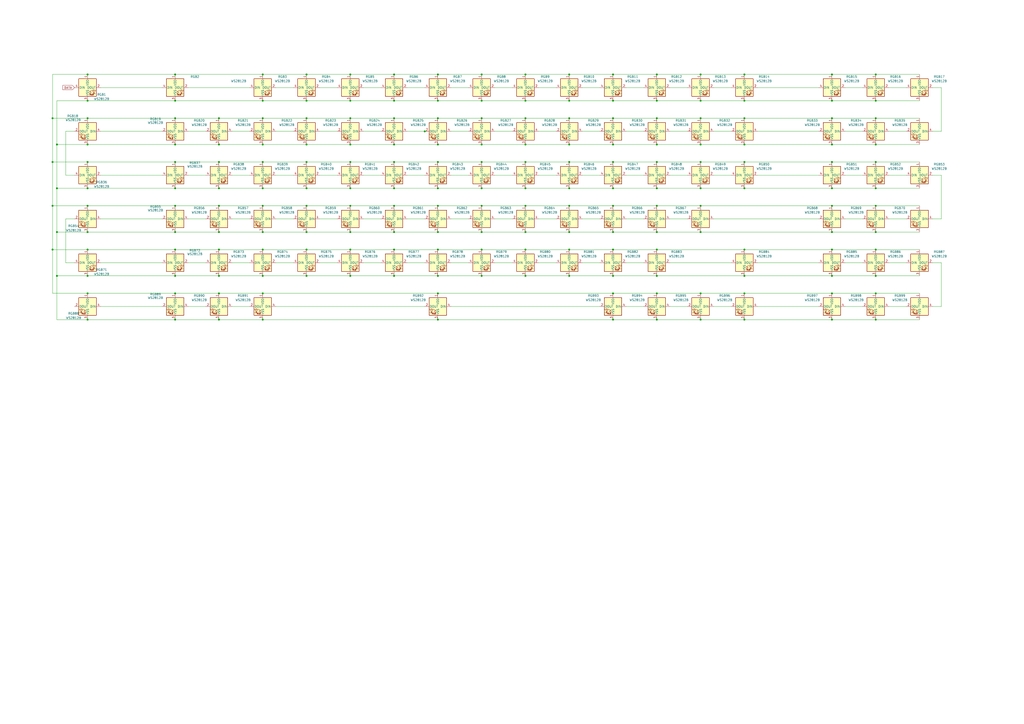
<source format=kicad_sch>
(kicad_sch (version 20231120) (generator "eeschema") (generator_version "8.0")
  (paper "A2")
  (junction (at 33.02 83.82))
  (junction (at 279.4 160.02))
  (junction (at 406.4 58.42))
  (junction (at 177.8 109.22))
  (junction (at 101.6 68.58))
  (junction (at 101.6 144.78))
  (junction (at 127 160.02))
  (junction (at 304.8 43.18))
  (junction (at 279.4 144.78))
  (junction (at 381 119.38))
  (junction (at 355.6 109.22))
  (junction (at 254 68.58))
  (junction (at 101.6 134.62))
  (junction (at 246.38 76.2))
  (junction (at 30.48 119.38))
  (junction (at 482.6 170.18))
  (junction (at 101.6 43.18))
  (junction (at 508 119.38))
  (junction (at 355.6 134.62))
  (junction (at 152.4 43.18))
  (junction (at 127 109.22))
  (junction (at 152.4 144.78))
  (junction (at 482.6 144.78))
  (junction (at 228.6 119.38))
  (junction (at 431.8 68.58))
  (junction (at 50.8 160.02))
  (junction (at 355.6 93.98))
  (junction (at 127 119.38))
  (junction (at 431.8 109.22))
  (junction (at 203.2 83.82))
  (junction (at 228.6 58.42))
  (junction (at 406.4 68.58))
  (junction (at 177.8 134.62))
  (junction (at 101.6 185.42))
  (junction (at 50.8 58.42))
  (junction (at 228.6 83.82))
  (junction (at 482.6 185.42))
  (junction (at 279.4 93.98))
  (junction (at 482.6 58.42))
  (junction (at 203.2 43.18))
  (junction (at 330.2 68.58))
  (junction (at 152.4 93.98))
  (junction (at 50.8 170.18))
  (junction (at 152.4 68.58))
  (junction (at 508 185.42))
  (junction (at 101.6 109.22))
  (junction (at 228.6 144.78))
  (junction (at 304.8 119.38))
  (junction (at 101.6 58.42))
  (junction (at 279.4 134.62))
  (junction (at 381 185.42))
  (junction (at 508 83.82))
  (junction (at 279.4 119.38))
  (junction (at 127 68.58))
  (junction (at 406.4 109.22))
  (junction (at 355.6 144.78))
  (junction (at 203.2 93.98))
  (junction (at 33.02 160.02))
  (junction (at 228.6 93.98))
  (junction (at 152.4 58.42))
  (junction (at 406.4 170.18))
  (junction (at 482.6 43.18))
  (junction (at 228.6 43.18))
  (junction (at 355.6 83.82))
  (junction (at 304.8 109.22))
  (junction (at 406.4 119.38))
  (junction (at 355.6 58.42))
  (junction (at 482.6 134.62))
  (junction (at 50.8 185.42))
  (junction (at 254 83.82))
  (junction (at 508 93.98))
  (junction (at 101.6 83.82))
  (junction (at 203.2 160.02))
  (junction (at 508 170.18))
  (junction (at 203.2 134.62))
  (junction (at 330.2 119.38))
  (junction (at 406.4 185.42))
  (junction (at 330.2 144.78))
  (junction (at 203.2 119.38))
  (junction (at 30.48 144.78))
  (junction (at 330.2 58.42))
  (junction (at 330.2 93.98))
  (junction (at 177.8 160.02))
  (junction (at 127 170.18))
  (junction (at 381 134.62))
  (junction (at 355.6 185.42))
  (junction (at 406.4 83.82))
  (junction (at 254 185.42))
  (junction (at 431.8 43.18))
  (junction (at 431.8 160.02))
  (junction (at 381 170.18))
  (junction (at 304.8 144.78))
  (junction (at 254 93.98))
  (junction (at 304.8 68.58))
  (junction (at 431.8 58.42))
  (junction (at 127 93.98))
  (junction (at 381 68.58))
  (junction (at 381 109.22))
  (junction (at 355.6 43.18))
  (junction (at 431.8 93.98))
  (junction (at 482.6 119.38))
  (junction (at 152.4 185.42))
  (junction (at 254 160.02))
  (junction (at 330.2 83.82))
  (junction (at 279.4 68.58))
  (junction (at 279.4 58.42))
  (junction (at 254 134.62))
  (junction (at 152.4 109.22))
  (junction (at 406.4 93.98))
  (junction (at 431.8 170.18))
  (junction (at 381 43.18))
  (junction (at 304.8 160.02))
  (junction (at 381 160.02))
  (junction (at 101.6 170.18))
  (junction (at 406.4 43.18))
  (junction (at 177.8 144.78))
  (junction (at 431.8 144.78))
  (junction (at 431.8 185.42))
  (junction (at 177.8 43.18))
  (junction (at 381 144.78))
  (junction (at 508 134.62))
  (junction (at 304.8 93.98))
  (junction (at 33.02 134.62))
  (junction (at 177.8 58.42))
  (junction (at 381 93.98))
  (junction (at 482.6 93.98))
  (junction (at 152.4 170.18))
  (junction (at 330.2 109.22))
  (junction (at 203.2 109.22))
  (junction (at 508 43.18))
  (junction (at 177.8 68.58))
  (junction (at 127 144.78))
  (junction (at 508 68.58))
  (junction (at 101.6 93.98))
  (junction (at 482.6 83.82))
  (junction (at 355.6 160.02))
  (junction (at 304.8 134.62))
  (junction (at 228.6 134.62))
  (junction (at 381 58.42))
  (junction (at 152.4 83.82))
  (junction (at 50.8 144.78))
  (junction (at 228.6 109.22))
  (junction (at 30.48 68.58))
  (junction (at 330.2 160.02))
  (junction (at 203.2 68.58))
  (junction (at 355.6 170.18))
  (junction (at 50.8 119.38))
  (junction (at 254 58.42))
  (junction (at 152.4 160.02))
  (junction (at 127 185.42))
  (junction (at 279.4 109.22))
  (junction (at 152.4 119.38))
  (junction (at 381 83.82))
  (junction (at 50.8 43.18))
  (junction (at 50.8 68.58))
  (junction (at 508 109.22))
  (junction (at 33.02 109.22))
  (junction (at 254 170.18))
  (junction (at 508 144.78))
  (junction (at 50.8 93.98))
  (junction (at 127 83.82))
  (junction (at 482.6 68.58))
  (junction (at 508 58.42))
  (junction (at 177.8 83.82))
  (junction (at 254 109.22))
  (junction (at 30.48 93.98))
  (junction (at 279.4 43.18))
  (junction (at 228.6 68.58))
  (junction (at 304.8 83.82))
  (junction (at 508 160.02))
  (junction (at 127 134.62))
  (junction (at 254 43.18))
  (junction (at 177.8 93.98))
  (junction (at 101.6 160.02))
  (junction (at 482.6 109.22))
  (junction (at 152.4 134.62))
  (junction (at 304.8 58.42))
  (junction (at 203.2 144.78))
  (junction (at 50.8 134.62))
  (junction (at 254 119.38))
  (junction (at 482.6 160.02))
  (junction (at 101.6 119.38))
  (junction (at 406.4 134.62))
  (junction (at 355.6 119.38))
  (junction (at 177.8 119.38))
  (junction (at 330.2 43.18))
  (junction (at 50.8 109.22))
  (junction (at 355.6 68.58))
  (junction (at 330.2 134.62))
  (junction (at 50.8 83.82))
  (junction (at 431.8 83.82))
  (junction (at 254 144.78))
  (junction (at 279.4 83.82))
  (junction (at 228.6 160.02))
  (junction (at 203.2 58.42))
  (wire (pts (xy 101.6 109.22) (xy 127 109.22)))
  (wire (pts (xy 101.6 119.38) (xy 127 119.38)))
  (wire (pts (xy 254 134.62) (xy 279.4 134.62)))
  (wire (pts (xy 287.02 101.6) (xy 297.18 101.6)))
  (wire (pts (xy 482.6 68.58) (xy 508 68.58)))
  (wire (pts (xy 254 185.42) (xy 355.6 185.42)))
  (wire (pts (xy 515.62 76.2) (xy 525.78 76.2)))
  (wire (pts (xy 261.62 76.2) (xy 271.78 76.2)))
  (wire (pts (xy 330.2 83.82) (xy 355.6 83.82)))
  (wire (pts (xy 33.02 160.02) (xy 50.8 160.02)))
  (wire (pts (xy 127 83.82) (xy 152.4 83.82)))
  (wire (pts (xy 236.22 152.4) (xy 246.38 152.4)))
  (wire (pts (xy 431.8 58.42) (xy 482.6 58.42)))
  (wire (pts (xy 101.6 68.58) (xy 127 68.58)))
  (wire (pts (xy 210.82 127) (xy 220.98 127)))
  (wire (pts (xy 228.6 160.02) (xy 254 160.02)))
  (wire (pts (xy 355.6 119.38) (xy 381 119.38)))
  (wire (pts (xy 406.4 58.42) (xy 431.8 58.42)))
  (wire (pts (xy 38.1 101.6) (xy 43.18 101.6)))
  (wire (pts (xy 152.4 160.02) (xy 177.8 160.02)))
  (wire (pts (xy 185.42 76.2) (xy 195.58 76.2)))
  (wire (pts (xy 160.02 76.2) (xy 170.18 76.2)))
  (wire (pts (xy 406.4 109.22) (xy 431.8 109.22)))
  (wire (pts (xy 482.6 43.18) (xy 508 43.18)))
  (wire (pts (xy 482.6 93.98) (xy 508 93.98)))
  (wire (pts (xy 363.22 127) (xy 373.38 127)))
  (wire (pts (xy 381 119.38) (xy 406.4 119.38)))
  (wire (pts (xy 490.22 50.8) (xy 500.38 50.8)))
  (wire (pts (xy 254 170.18) (xy 355.6 170.18)))
  (wire (pts (xy 33.02 109.22) (xy 33.02 134.62)))
  (wire (pts (xy 228.6 93.98) (xy 254 93.98)))
  (wire (pts (xy 152.4 58.42) (xy 177.8 58.42)))
  (wire (pts (xy 406.4 170.18) (xy 431.8 170.18)))
  (wire (pts (xy 312.42 50.8) (xy 322.58 50.8)))
  (wire (pts (xy 109.22 177.8) (xy 119.38 177.8)))
  (wire (pts (xy 546.1 152.4) (xy 546.1 177.8)))
  (wire (pts (xy 363.22 177.8) (xy 373.38 177.8)))
  (wire (pts (xy 38.1 76.2) (xy 38.1 101.6)))
  (wire (pts (xy 508 83.82) (xy 533.4 83.82)))
  (wire (pts (xy 109.22 127) (xy 119.38 127)))
  (wire (pts (xy 50.8 93.98) (xy 101.6 93.98)))
  (wire (pts (xy 388.62 152.4) (xy 424.18 152.4)))
  (wire (pts (xy 439.42 101.6) (xy 474.98 101.6)))
  (wire (pts (xy 236.22 50.8) (xy 246.38 50.8)))
  (wire (pts (xy 236.22 101.6) (xy 246.38 101.6)))
  (wire (pts (xy 337.82 152.4) (xy 347.98 152.4)))
  (wire (pts (xy 101.6 43.18) (xy 152.4 43.18)))
  (wire (pts (xy 312.42 152.4) (xy 322.58 152.4)))
  (wire (pts (xy 330.2 93.98) (xy 355.6 93.98)))
  (wire (pts (xy 304.8 43.18) (xy 330.2 43.18)))
  (wire (pts (xy 414.02 50.8) (xy 424.18 50.8)))
  (wire (pts (xy 50.8 160.02) (xy 101.6 160.02)))
  (wire (pts (xy 203.2 134.62) (xy 228.6 134.62)))
  (wire (pts (xy 185.42 50.8) (xy 195.58 50.8)))
  (wire (pts (xy 228.6 119.38) (xy 254 119.38)))
  (wire (pts (xy 203.2 144.78) (xy 228.6 144.78)))
  (wire (pts (xy 406.4 134.62) (xy 482.6 134.62)))
  (wire (pts (xy 50.8 134.62) (xy 101.6 134.62)))
  (wire (pts (xy 312.42 127) (xy 322.58 127)))
  (wire (pts (xy 185.42 101.6) (xy 195.58 101.6)))
  (wire (pts (xy 515.62 152.4) (xy 525.78 152.4)))
  (wire (pts (xy 152.4 144.78) (xy 177.8 144.78)))
  (wire (pts (xy 355.6 83.82) (xy 381 83.82)))
  (wire (pts (xy 490.22 177.8) (xy 500.38 177.8)))
  (wire (pts (xy 152.4 185.42) (xy 254 185.42)))
  (wire (pts (xy 337.82 76.2) (xy 347.98 76.2)))
  (wire (pts (xy 30.48 93.98) (xy 30.48 119.38)))
  (wire (pts (xy 406.4 185.42) (xy 431.8 185.42)))
  (wire (pts (xy 228.6 144.78) (xy 254 144.78)))
  (wire (pts (xy 50.8 185.42) (xy 101.6 185.42)))
  (wire (pts (xy 508 109.22) (xy 533.4 109.22)))
  (wire (pts (xy 431.8 68.58) (xy 482.6 68.58)))
  (wire (pts (xy 279.4 68.58) (xy 304.8 68.58)))
  (wire (pts (xy 363.22 152.4) (xy 373.38 152.4)))
  (wire (pts (xy 261.62 152.4) (xy 271.78 152.4)))
  (wire (pts (xy 210.82 152.4) (xy 220.98 152.4)))
  (wire (pts (xy 134.62 76.2) (xy 144.78 76.2)))
  (wire (pts (xy 210.82 50.8) (xy 220.98 50.8)))
  (wire (pts (xy 414.02 127) (xy 474.98 127)))
  (wire (pts (xy 127 170.18) (xy 152.4 170.18)))
  (wire (pts (xy 508 58.42) (xy 533.4 58.42)))
  (wire (pts (xy 508 144.78) (xy 533.4 144.78)))
  (wire (pts (xy 482.6 109.22) (xy 508 109.22)))
  (wire (pts (xy 508 134.62) (xy 533.4 134.62)))
  (wire (pts (xy 541.02 50.8) (xy 546.1 50.8)))
  (wire (pts (xy 254 144.78) (xy 279.4 144.78)))
  (wire (pts (xy 177.8 134.62) (xy 203.2 134.62)))
  (wire (pts (xy 127 144.78) (xy 152.4 144.78)))
  (wire (pts (xy 508 68.58) (xy 533.4 68.58)))
  (wire (pts (xy 127 68.58) (xy 152.4 68.58)))
  (wire (pts (xy 177.8 160.02) (xy 203.2 160.02)))
  (wire (pts (xy 431.8 160.02) (xy 482.6 160.02)))
  (wire (pts (xy 508 43.18) (xy 533.4 43.18)))
  (wire (pts (xy 330.2 68.58) (xy 355.6 68.58)))
  (wire (pts (xy 406.4 43.18) (xy 431.8 43.18)))
  (wire (pts (xy 482.6 58.42) (xy 508 58.42)))
  (wire (pts (xy 210.82 101.6) (xy 220.98 101.6)))
  (wire (pts (xy 203.2 109.22) (xy 228.6 109.22)))
  (wire (pts (xy 381 160.02) (xy 431.8 160.02)))
  (wire (pts (xy 101.6 134.62) (xy 127 134.62)))
  (wire (pts (xy 109.22 76.2) (xy 119.38 76.2)))
  (wire (pts (xy 330.2 160.02) (xy 355.6 160.02)))
  (wire (pts (xy 439.42 152.4) (xy 474.98 152.4)))
  (wire (pts (xy 246.38 76.2) (xy 247.65 76.2)))
  (wire (pts (xy 152.4 134.62) (xy 177.8 134.62)))
  (wire (pts (xy 109.22 152.4) (xy 119.38 152.4)))
  (wire (pts (xy 508 170.18) (xy 533.4 170.18)))
  (wire (pts (xy 58.42 127) (xy 93.98 127)))
  (wire (pts (xy 414.02 101.6) (xy 424.18 101.6)))
  (wire (pts (xy 33.02 185.42) (xy 50.8 185.42)))
  (wire (pts (xy 127 119.38) (xy 152.4 119.38)))
  (wire (pts (xy 330.2 144.78) (xy 355.6 144.78)))
  (wire (pts (xy 152.4 170.18) (xy 254 170.18)))
  (wire (pts (xy 439.42 177.8) (xy 474.98 177.8)))
  (wire (pts (xy 261.62 127) (xy 271.78 127)))
  (wire (pts (xy 337.82 101.6) (xy 347.98 101.6)))
  (wire (pts (xy 261.62 50.8) (xy 271.78 50.8)))
  (wire (pts (xy 261.62 101.6) (xy 271.78 101.6)))
  (wire (pts (xy 228.6 68.58) (xy 254 68.58)))
  (wire (pts (xy 203.2 58.42) (xy 228.6 58.42)))
  (wire (pts (xy 30.48 93.98) (xy 50.8 93.98)))
  (wire (pts (xy 177.8 144.78) (xy 203.2 144.78)))
  (wire (pts (xy 33.02 83.82) (xy 33.02 109.22)))
  (wire (pts (xy 134.62 101.6) (xy 144.78 101.6)))
  (wire (pts (xy 50.8 170.18) (xy 101.6 170.18)))
  (wire (pts (xy 406.4 93.98) (xy 431.8 93.98)))
  (wire (pts (xy 304.8 119.38) (xy 330.2 119.38)))
  (wire (pts (xy 414.02 177.8) (xy 424.18 177.8)))
  (wire (pts (xy 38.1 127) (xy 38.1 152.4)))
  (wire (pts (xy 177.8 109.22) (xy 203.2 109.22)))
  (wire (pts (xy 312.42 76.2) (xy 322.58 76.2)))
  (wire (pts (xy 185.42 127) (xy 195.58 127)))
  (wire (pts (xy 355.6 170.18) (xy 381 170.18)))
  (wire (pts (xy 236.22 127) (xy 246.38 127)))
  (wire (pts (xy 381 58.42) (xy 406.4 58.42)))
  (wire (pts (xy 58.42 177.8) (xy 93.98 177.8)))
  (wire (pts (xy 30.48 68.58) (xy 50.8 68.58)))
  (wire (pts (xy 210.82 76.2) (xy 220.98 76.2)))
  (wire (pts (xy 304.8 160.02) (xy 330.2 160.02)))
  (wire (pts (xy 38.1 76.2) (xy 43.18 76.2)))
  (wire (pts (xy 58.42 76.2) (xy 93.98 76.2)))
  (wire (pts (xy 406.4 68.58) (xy 431.8 68.58)))
  (wire (pts (xy 33.02 134.62) (xy 33.02 160.02)))
  (wire (pts (xy 279.4 109.22) (xy 304.8 109.22)))
  (wire (pts (xy 337.82 127) (xy 347.98 127)))
  (wire (pts (xy 30.48 170.18) (xy 50.8 170.18)))
  (wire (pts (xy 254 160.02) (xy 279.4 160.02)))
  (wire (pts (xy 127 185.42) (xy 152.4 185.42)))
  (wire (pts (xy 279.4 160.02) (xy 304.8 160.02)))
  (wire (pts (xy 355.6 93.98) (xy 381 93.98)))
  (wire (pts (xy 363.22 50.8) (xy 373.38 50.8)))
  (wire (pts (xy 388.62 50.8) (xy 398.78 50.8)))
  (wire (pts (xy 355.6 68.58) (xy 381 68.58)))
  (wire (pts (xy 508 93.98) (xy 533.4 93.98)))
  (wire (pts (xy 482.6 134.62) (xy 508 134.62)))
  (wire (pts (xy 236.22 76.2) (xy 246.38 76.2)))
  (wire (pts (xy 304.8 58.42) (xy 330.2 58.42)))
  (wire (pts (xy 482.6 185.42) (xy 508 185.42)))
  (wire (pts (xy 330.2 134.62) (xy 355.6 134.62)))
  (wire (pts (xy 254 109.22) (xy 279.4 109.22)))
  (wire (pts (xy 254 83.82) (xy 279.4 83.82)))
  (wire (pts (xy 355.6 134.62) (xy 381 134.62)))
  (wire (pts (xy 203.2 93.98) (xy 228.6 93.98)))
  (wire (pts (xy 30.48 43.18) (xy 50.8 43.18)))
  (wire (pts (xy 127 134.62) (xy 152.4 134.62)))
  (wire (pts (xy 279.4 58.42) (xy 304.8 58.42)))
  (wire (pts (xy 363.22 101.6) (xy 373.38 101.6)))
  (wire (pts (xy 279.4 93.98) (xy 304.8 93.98)))
  (wire (pts (xy 160.02 50.8) (xy 170.18 50.8)))
  (wire (pts (xy 177.8 119.38) (xy 203.2 119.38)))
  (wire (pts (xy 228.6 109.22) (xy 254 109.22)))
  (wire (pts (xy 160.02 101.6) (xy 170.18 101.6)))
  (wire (pts (xy 228.6 43.18) (xy 254 43.18)))
  (wire (pts (xy 508 185.42) (xy 533.4 185.42)))
  (wire (pts (xy 431.8 109.22) (xy 482.6 109.22)))
  (wire (pts (xy 228.6 134.62) (xy 254 134.62)))
  (wire (pts (xy 381 109.22) (xy 406.4 109.22)))
  (wire (pts (xy 254 68.58) (xy 279.4 68.58)))
  (wire (pts (xy 152.4 119.38) (xy 177.8 119.38)))
  (wire (pts (xy 490.22 101.6) (xy 500.38 101.6)))
  (wire (pts (xy 185.42 152.4) (xy 195.58 152.4)))
  (wire (pts (xy 127 160.02) (xy 152.4 160.02)))
  (wire (pts (xy 508 160.02) (xy 533.4 160.02)))
  (wire (pts (xy 304.8 109.22) (xy 330.2 109.22)))
  (wire (pts (xy 261.62 177.8) (xy 347.98 177.8)))
  (wire (pts (xy 203.2 119.38) (xy 228.6 119.38)))
  (wire (pts (xy 203.2 83.82) (xy 228.6 83.82)))
  (wire (pts (xy 58.42 152.4) (xy 93.98 152.4)))
  (wire (pts (xy 33.02 58.42) (xy 50.8 58.42)))
  (wire (pts (xy 109.22 50.8) (xy 144.78 50.8)))
  (wire (pts (xy 381 43.18) (xy 406.4 43.18)))
  (wire (pts (xy 134.62 127) (xy 144.78 127)))
  (wire (pts (xy 152.4 93.98) (xy 177.8 93.98)))
  (wire (pts (xy 388.62 101.6) (xy 398.78 101.6)))
  (wire (pts (xy 482.6 83.82) (xy 508 83.82)))
  (wire (pts (xy 431.8 43.18) (xy 482.6 43.18)))
  (wire (pts (xy 152.4 109.22) (xy 177.8 109.22)))
  (wire (pts (xy 177.8 68.58) (xy 203.2 68.58)))
  (wire (pts (xy 431.8 93.98) (xy 482.6 93.98)))
  (wire (pts (xy 30.48 119.38) (xy 50.8 119.38)))
  (wire (pts (xy 355.6 109.22) (xy 381 109.22)))
  (wire (pts (xy 482.6 170.18) (xy 508 170.18)))
  (wire (pts (xy 330.2 58.42) (xy 355.6 58.42)))
  (wire (pts (xy 287.02 76.2) (xy 297.18 76.2)))
  (wire (pts (xy 203.2 43.18) (xy 228.6 43.18)))
  (wire (pts (xy 38.1 152.4) (xy 43.18 152.4)))
  (wire (pts (xy 304.8 144.78) (xy 330.2 144.78)))
  (wire (pts (xy 330.2 109.22) (xy 355.6 109.22)))
  (wire (pts (xy 254 43.18) (xy 279.4 43.18)))
  (wire (pts (xy 160.02 127) (xy 170.18 127)))
  (wire (pts (xy 203.2 68.58) (xy 228.6 68.58)))
  (wire (pts (xy 541.02 101.6) (xy 546.1 101.6)))
  (wire (pts (xy 58.42 101.6) (xy 93.98 101.6)))
  (wire (pts (xy 337.82 50.8) (xy 347.98 50.8)))
  (wire (pts (xy 355.6 185.42) (xy 381 185.42)))
  (wire (pts (xy 177.8 43.18) (xy 203.2 43.18)))
  (wire (pts (xy 177.8 58.42) (xy 203.2 58.42)))
  (wire (pts (xy 381 170.18) (xy 406.4 170.18)))
  (wire (pts (xy 381 134.62) (xy 406.4 134.62)))
  (wire (pts (xy 33.02 134.62) (xy 50.8 134.62)))
  (wire (pts (xy 482.6 160.02) (xy 508 160.02)))
  (wire (pts (xy 355.6 160.02) (xy 381 160.02)))
  (wire (pts (xy 50.8 109.22) (xy 101.6 109.22)))
  (wire (pts (xy 508 119.38) (xy 533.4 119.38)))
  (wire (pts (xy 279.4 83.82) (xy 304.8 83.82)))
  (wire (pts (xy 50.8 68.58) (xy 101.6 68.58)))
  (wire (pts (xy 160.02 177.8) (xy 246.38 177.8)))
  (wire (pts (xy 287.02 152.4) (xy 297.18 152.4)))
  (wire (pts (xy 50.8 58.42) (xy 101.6 58.42)))
  (wire (pts (xy 431.8 185.42) (xy 482.6 185.42)))
  (wire (pts (xy 109.22 101.6) (xy 119.38 101.6)))
  (wire (pts (xy 254 119.38) (xy 279.4 119.38)))
  (wire (pts (xy 30.48 68.58) (xy 30.48 93.98)))
  (wire (pts (xy 287.02 127) (xy 297.18 127)))
  (wire (pts (xy 101.6 185.42) (xy 127 185.42)))
  (wire (pts (xy 388.62 127) (xy 398.78 127)))
  (wire (pts (xy 33.02 83.82) (xy 50.8 83.82)))
  (wire (pts (xy 134.62 177.8) (xy 144.78 177.8)))
  (wire (pts (xy 490.22 152.4) (xy 500.38 152.4)))
  (wire (pts (xy 177.8 93.98) (xy 203.2 93.98)))
  (wire (pts (xy 101.6 58.42) (xy 152.4 58.42)))
  (wire (pts (xy 279.4 43.18) (xy 304.8 43.18)))
  (wire (pts (xy 515.62 50.8) (xy 525.78 50.8)))
  (wire (pts (xy 101.6 144.78) (xy 127 144.78)))
  (wire (pts (xy 355.6 58.42) (xy 381 58.42)))
  (wire (pts (xy 439.42 76.2) (xy 474.98 76.2)))
  (wire (pts (xy 228.6 83.82) (xy 254 83.82)))
  (wire (pts (xy 101.6 83.82) (xy 127 83.82)))
  (wire (pts (xy 30.48 144.78) (xy 30.48 170.18)))
  (wire (pts (xy 33.02 58.42) (xy 33.02 83.82)))
  (wire (pts (xy 304.8 83.82) (xy 330.2 83.82)))
  (wire (pts (xy 355.6 144.78) (xy 381 144.78)))
  (wire (pts (xy 304.8 68.58) (xy 330.2 68.58)))
  (wire (pts (xy 546.1 101.6) (xy 546.1 127)))
  (wire (pts (xy 363.22 76.2) (xy 373.38 76.2)))
  (wire (pts (xy 304.8 93.98) (xy 330.2 93.98)))
  (wire (pts (xy 381 144.78) (xy 431.8 144.78)))
  (wire (pts (xy 58.42 50.8) (xy 93.98 50.8)))
  (wire (pts (xy 254 93.98) (xy 279.4 93.98)))
  (wire (pts (xy 50.8 83.82) (xy 101.6 83.82)))
  (wire (pts (xy 515.62 101.6) (xy 525.78 101.6)))
  (wire (pts (xy 127 93.98) (xy 152.4 93.98)))
  (wire (pts (xy 355.6 43.18) (xy 381 43.18)))
  (wire (pts (xy 30.48 144.78) (xy 50.8 144.78)))
  (wire (pts (xy 101.6 160.02) (xy 127 160.02)))
  (wire (pts (xy 127 109.22) (xy 152.4 109.22)))
  (wire (pts (xy 431.8 170.18) (xy 482.6 170.18)))
  (wire (pts (xy 33.02 160.02) (xy 33.02 185.42)))
  (wire (pts (xy 381 185.42) (xy 406.4 185.42)))
  (wire (pts (xy 304.8 134.62) (xy 330.2 134.62)))
  (wire (pts (xy 101.6 170.18) (xy 127 170.18)))
  (wire (pts (xy 381 93.98) (xy 406.4 93.98)))
  (wire (pts (xy 228.6 58.42) (xy 254 58.42)))
  (wire (pts (xy 490.22 76.2) (xy 500.38 76.2)))
  (wire (pts (xy 515.62 177.8) (xy 525.78 177.8)))
  (wire (pts (xy 330.2 119.38) (xy 355.6 119.38)))
  (wire (pts (xy 388.62 177.8) (xy 398.78 177.8)))
  (wire (pts (xy 279.4 134.62) (xy 304.8 134.62)))
  (wire (pts (xy 406.4 119.38) (xy 482.6 119.38)))
  (wire (pts (xy 381 83.82) (xy 406.4 83.82)))
  (wire (pts (xy 414.02 76.2) (xy 424.18 76.2)))
  (wire (pts (xy 541.02 152.4) (xy 546.1 152.4)))
  (wire (pts (xy 101.6 93.98) (xy 127 93.98)))
  (wire (pts (xy 431.8 144.78) (xy 482.6 144.78)))
  (wire (pts (xy 381 68.58) (xy 406.4 68.58)))
  (wire (pts (xy 482.6 144.78) (xy 508 144.78)))
  (wire (pts (xy 287.02 50.8) (xy 297.18 50.8)))
  (wire (pts (xy 388.62 76.2) (xy 398.78 76.2)))
  (wire (pts (xy 33.02 109.22) (xy 50.8 109.22)))
  (wire (pts (xy 541.02 127) (xy 546.1 127)))
  (wire (pts (xy 312.42 101.6) (xy 322.58 101.6)))
  (wire (pts (xy 546.1 50.8) (xy 546.1 76.2)))
  (wire (pts (xy 279.4 119.38) (xy 304.8 119.38)))
  (wire (pts (xy 254 58.42) (xy 279.4 58.42)))
  (wire (pts (xy 330.2 43.18) (xy 355.6 43.18)))
  (wire (pts (xy 50.8 119.38) (xy 101.6 119.38)))
  (wire (pts (xy 50.8 144.78) (xy 101.6 144.78)))
  (wire (pts (xy 38.1 127) (xy 43.18 127)))
  (wire (pts (xy 482.6 119.38) (xy 508 119.38)))
  (wire (pts (xy 431.8 83.82) (xy 482.6 83.82)))
  (wire (pts (xy 279.4 144.78) (xy 304.8 144.78)))
  (wire (pts (xy 152.4 43.18) (xy 177.8 43.18)))
  (wire (pts (xy 406.4 83.82) (xy 431.8 83.82)))
  (wire (pts (xy 515.62 127) (xy 525.78 127)))
  (wire (pts (xy 203.2 160.02) (xy 228.6 160.02)))
  (wire (pts (xy 30.48 119.38) (xy 30.48 144.78)))
  (wire (pts (xy 541.02 177.8) (xy 546.1 177.8)))
  (wire (pts (xy 490.22 127) (xy 500.38 127)))
  (wire (pts (xy 541.02 76.2) (xy 546.1 76.2)))
  (wire (pts (xy 439.42 50.8) (xy 474.98 50.8)))
  (wire (pts (xy 152.4 83.82) (xy 177.8 83.82)))
  (wire (pts (xy 160.02 152.4) (xy 170.18 152.4)))
  (wire (pts (xy 152.4 68.58) (xy 177.8 68.58)))
  (wire (pts (xy 177.8 83.82) (xy 203.2 83.82)))
  (wire (pts (xy 50.8 43.18) (xy 101.6 43.18)))
  (wire (pts (xy 134.62 152.4) (xy 144.78 152.4)))
  (wire (pts (xy 30.48 43.18) (xy 30.48 68.58)))
  (global_label "DATA" (shape input) (at 43.18 50.8 180) (property "Intersheetrefs" "${INTERSHEET_REFS}" (effects (hide yes))))
  (symbol (lib_id "MyLED:WS2812B") (at 254 177.8 0) (mirror y) (unit 1)
    (property "Reference" "RGB92" (at 242.57 171.4814 0))
    (property "Value" "WS2812B" (at 242.57 174.0214 0))
    (property "Footprint" "LED_SMD:LED_WS2812B-2020_PLCC4_2.0x2.0mm" (effects (hide yes)))
    (property "Datasheet" "https://cdn-shop.adafruit.com/datasheets/WS2812B.pdf" (effects (hide yes)))
    (property "Description" "RGB LED with integrated controller" (effects (hide yes)))
  )
  (symbol (lib_id "MyLED:WS2812B") (at 355.6 152.4 0) (unit 1)
    (property "Reference" "RGB82" (at 367.03 146.0814 0))
    (property "Value" "WS2812B" (at 367.03 148.6214 0))
    (property "Footprint" "LED_SMD:LED_WS2812B-2020_PLCC4_2.0x2.0mm" (effects (hide yes)))
    (property "Datasheet" "https://cdn-shop.adafruit.com/datasheets/WS2812B.pdf" (effects (hide yes)))
    (property "Description" "RGB LED with integrated controller" (effects (hide yes)))
  )
  (symbol (lib_id "MyLED:WS2812B") (at 431.8 152.4 0) (unit 1)
    (property "Reference" "RGB84" (at 443.23 146.0814 0))
    (property "Value" "WS2812B" (at 443.23 148.6214 0))
    (property "Footprint" "LED_SMD:LED_WS2812B-2020_PLCC4_2.0x2.0mm" (effects (hide yes)))
    (property "Datasheet" "https://cdn-shop.adafruit.com/datasheets/WS2812B.pdf" (effects (hide yes)))
    (property "Description" "RGB LED with integrated controller" (effects (hide yes)))
  )
  (symbol (lib_id "MyLED:WS2812B") (at 152.4 101.6 0) (unit 1)
    (property "Reference" "RGB39" (at 163.83 95.2814 0))
    (property "Value" "WS2812B" (at 163.83 97.8214 0))
    (property "Footprint" "LED_SMD:LED_WS2812B-2020_PLCC4_2.0x2.0mm" (effects (hide yes)))
    (property "Datasheet" "https://cdn-shop.adafruit.com/datasheets/WS2812B.pdf" (effects (hide yes)))
    (property "Description" "RGB LED with integrated controller" (effects (hide yes)))
  )
  (symbol (lib_id "MyLED:WS2812B") (at 279.4 152.4 0) (unit 1)
    (property "Reference" "RGB79" (at 290.83 146.0814 0))
    (property "Value" "WS2812B" (at 290.83 148.6214 0))
    (property "Footprint" "LED_SMD:LED_WS2812B-2020_PLCC4_2.0x2.0mm" (effects (hide yes)))
    (property "Datasheet" "https://cdn-shop.adafruit.com/datasheets/WS2812B.pdf" (effects (hide yes)))
    (property "Description" "RGB LED with integrated controller" (effects (hide yes)))
  )
  (symbol (lib_id "MyLED:WS2812B") (at 279.4 127 0) (mirror y) (unit 1)
    (property "Reference" "RGB62" (at 267.97 120.6814 0))
    (property "Value" "WS2812B" (at 267.97 123.2214 0))
    (property "Footprint" "LED_SMD:LED_WS2812B-2020_PLCC4_2.0x2.0mm" (effects (hide yes)))
    (property "Datasheet" "https://cdn-shop.adafruit.com/datasheets/WS2812B.pdf" (effects (hide yes)))
    (property "Description" "RGB LED with integrated controller" (effects (hide yes)))
  )
  (symbol (lib_id "MyLED:WS2812B") (at 203.2 76.2 0) (mirror y) (unit 1)
    (property "Reference" "RGB23" (at 191.77 69.8814 0))
    (property "Value" "WS2812B" (at 191.77 72.4214 0))
    (property "Footprint" "LED_SMD:LED_WS2812B-2020_PLCC4_2.0x2.0mm" (effects (hide yes)))
    (property "Datasheet" "https://cdn-shop.adafruit.com/datasheets/WS2812B.pdf" (effects (hide yes)))
    (property "Description" "RGB LED with integrated controller" (effects (hide yes)))
  )
  (symbol (lib_id "MyLED:WS2812B") (at 254 101.6 0) (unit 1)
    (property "Reference" "RGB43" (at 265.43 95.2814 0))
    (property "Value" "WS2812B" (at 265.43 97.8214 0))
    (property "Footprint" "LED_SMD:LED_WS2812B-2020_PLCC4_2.0x2.0mm" (effects (hide yes)))
    (property "Datasheet" "https://cdn-shop.adafruit.com/datasheets/WS2812B.pdf" (effects (hide yes)))
    (property "Description" "RGB LED with integrated controller" (effects (hide yes)))
  )
  (symbol (lib_id "MyLED:WS2812B") (at 431.8 177.8 0) (mirror y) (unit 1)
    (property "Reference" "RGB96" (at 420.37 171.4814 0))
    (property "Value" "WS2812B" (at 420.37 174.0214 0))
    (property "Footprint" "LED_SMD:LED_WS2812B-2020_PLCC4_2.0x2.0mm" (effects (hide yes)))
    (property "Datasheet" "https://cdn-shop.adafruit.com/datasheets/WS2812B.pdf" (effects (hide yes)))
    (property "Description" "RGB LED with integrated controller" (effects (hide yes)))
  )
  (symbol (lib_id "MyLED:WS2812B") (at 50.8 152.4 0) (unit 1)
    (property "Reference" "RGB71" (at 58.928 156.464 0))
    (property "Value" "WS2812B" (at 58.928 159.004 0))
    (property "Footprint" "LED_SMD:LED_WS2812B-2020_PLCC4_2.0x2.0mm" (effects (hide yes)))
    (property "Datasheet" "https://cdn-shop.adafruit.com/datasheets/WS2812B.pdf" (effects (hide yes)))
    (property "Description" "RGB LED with integrated controller" (effects (hide yes)))
  )
  (symbol (lib_id "MyLED:WS2812B") (at 508 177.8 0) (mirror y) (unit 1)
    (property "Reference" "RGB98" (at 496.57 171.4814 0))
    (property "Value" "WS2812B" (at 496.57 174.0214 0))
    (property "Footprint" "LED_SMD:LED_WS2812B-2020_PLCC4_2.0x2.0mm" (effects (hide yes)))
    (property "Datasheet" "https://cdn-shop.adafruit.com/datasheets/WS2812B.pdf" (effects (hide yes)))
    (property "Description" "RGB LED with integrated controller" (effects (hide yes)))
  )
  (symbol (lib_id "MyLED:WS2812B") (at 101.6 76.2 0) (mirror y) (unit 1)
    (property "Reference" "RGB19" (at 90.17 69.088 0))
    (property "Value" "WS2812B" (at 90.17 71.1514 0))
    (property "Footprint" "LED_SMD:LED_WS2812B-2020_PLCC4_2.0x2.0mm" (effects (hide yes)))
    (property "Datasheet" "https://cdn-shop.adafruit.com/datasheets/WS2812B.pdf" (effects (hide yes)))
    (property "Description" "RGB LED with integrated controller" (effects (hide yes)))
  )
  (symbol (lib_id "MyLED:WS2812B") (at 127 101.6 0) (unit 1)
    (property "Reference" "RGB38" (at 138.43 95.2814 0))
    (property "Value" "WS2812B" (at 138.43 97.8214 0))
    (property "Footprint" "LED_SMD:LED_WS2812B-2020_PLCC4_2.0x2.0mm" (effects (hide yes)))
    (property "Datasheet" "https://cdn-shop.adafruit.com/datasheets/WS2812B.pdf" (effects (hide yes)))
    (property "Description" "RGB LED with integrated controller" (effects (hide yes)))
  )
  (symbol (lib_id "MyLED:WS2812B") (at 177.8 50.8 0) (unit 1)
    (property "Reference" "RGB4" (at 189.23 44.4814 0))
    (property "Value" "WS2812B" (at 189.23 47.0214 0))
    (property "Footprint" "LED_SMD:LED_WS2812B-2020_PLCC4_2.0x2.0mm" (effects (hide yes)))
    (property "Datasheet" "https://cdn-shop.adafruit.com/datasheets/WS2812B.pdf" (effects (hide yes)))
    (property "Description" "RGB LED with integrated controller" (effects (hide yes)))
  )
  (symbol (lib_id "MyLED:WS2812B") (at 406.4 127 0) (mirror y) (unit 1)
    (property "Reference" "RGB67" (at 394.97 120.6814 0))
    (property "Value" "WS2812B" (at 394.97 123.2214 0))
    (property "Footprint" "LED_SMD:LED_WS2812B-2020_PLCC4_2.0x2.0mm" (effects (hide yes)))
    (property "Datasheet" "https://cdn-shop.adafruit.com/datasheets/WS2812B.pdf" (effects (hide yes)))
    (property "Description" "RGB LED with integrated controller" (effects (hide yes)))
  )
  (symbol (lib_id "MyLED:WS2812B") (at 381 50.8 0) (unit 1)
    (property "Reference" "RGB12" (at 392.43 44.4814 0))
    (property "Value" "WS2812B" (at 392.43 47.0214 0))
    (property "Footprint" "LED_SMD:LED_WS2812B-2020_PLCC4_2.0x2.0mm" (effects (hide yes)))
    (property "Datasheet" "https://cdn-shop.adafruit.com/datasheets/WS2812B.pdf" (effects (hide yes)))
    (property "Description" "RGB LED with integrated controller" (effects (hide yes)))
  )
  (symbol (lib_id "MyLED:WS2812B") (at 254 76.2 0) (mirror y) (unit 1)
    (property "Reference" "RGB25" (at 242.57 69.8814 0))
    (property "Value" "WS2812B" (at 242.57 72.4214 0))
    (property "Footprint" "LED_SMD:LED_WS2812B-2020_PLCC4_2.0x2.0mm" (effects (hide yes)))
    (property "Datasheet" "https://cdn-shop.adafruit.com/datasheets/WS2812B.pdf" (effects (hide yes)))
    (property "Description" "RGB LED with integrated controller" (effects (hide yes)))
  )
  (symbol (lib_id "MyLED:WS2812B") (at 152.4 152.4 0) (unit 1)
    (property "Reference" "RGB74" (at 163.83 146.0814 0))
    (property "Value" "WS2812B" (at 163.83 148.6214 0))
    (property "Footprint" "LED_SMD:LED_WS2812B-2020_PLCC4_2.0x2.0mm" (effects (hide yes)))
    (property "Datasheet" "https://cdn-shop.adafruit.com/datasheets/WS2812B.pdf" (effects (hide yes)))
    (property "Description" "RGB LED with integrated controller" (effects (hide yes)))
  )
  (symbol (lib_id "MyLED:WS2812B") (at 482.6 101.6 0) (unit 1)
    (property "Reference" "RGB51" (at 494.03 95.2814 0))
    (property "Value" "WS2812B" (at 494.03 97.8214 0))
    (property "Footprint" "LED_SMD:LED_WS2812B-2020_PLCC4_2.0x2.0mm" (effects (hide yes)))
    (property "Datasheet" "https://cdn-shop.adafruit.com/datasheets/WS2812B.pdf" (effects (hide yes)))
    (property "Description" "RGB LED with integrated controller" (effects (hide yes)))
  )
  (symbol (lib_id "MyLED:WS2812B") (at 508 127 0) (mirror y) (unit 1)
    (property "Reference" "RGB69" (at 496.57 120.6814 0))
    (property "Value" "WS2812B" (at 496.57 123.2214 0))
    (property "Footprint" "LED_SMD:LED_WS2812B-2020_PLCC4_2.0x2.0mm" (effects (hide yes)))
    (property "Datasheet" "https://cdn-shop.adafruit.com/datasheets/WS2812B.pdf" (effects (hide yes)))
    (property "Description" "RGB LED with integrated controller" (effects (hide yes)))
  )
  (symbol (lib_id "MyLED:WS2812B") (at 279.4 50.8 0) (unit 1)
    (property "Reference" "RGB8" (at 290.83 44.4814 0))
    (property "Value" "WS2812B" (at 290.83 47.0214 0))
    (property "Footprint" "LED_SMD:LED_WS2812B-2020_PLCC4_2.0x2.0mm" (effects (hide yes)))
    (property "Datasheet" "https://cdn-shop.adafruit.com/datasheets/WS2812B.pdf" (effects (hide yes)))
    (property "Description" "RGB LED with integrated controller" (effects (hide yes)))
  )
  (symbol (lib_id "MyLED:WS2812B") (at 50.8 101.6 0) (unit 1)
    (property "Reference" "RGB36" (at 58.928 105.664 0))
    (property "Value" "WS2812B" (at 58.928 108.204 0))
    (property "Footprint" "LED_SMD:LED_WS2812B-2020_PLCC4_2.0x2.0mm" (effects (hide yes)))
    (property "Datasheet" "https://cdn-shop.adafruit.com/datasheets/WS2812B.pdf" (effects (hide yes)))
    (property "Description" "RGB LED with integrated controller" (effects (hide yes)))
  )
  (symbol (lib_id "MyLED:WS2812B") (at 381 101.6 0) (unit 1)
    (property "Reference" "RGB48" (at 392.43 95.2814 0))
    (property "Value" "WS2812B" (at 392.43 97.8214 0))
    (property "Footprint" "LED_SMD:LED_WS2812B-2020_PLCC4_2.0x2.0mm" (effects (hide yes)))
    (property "Datasheet" "https://cdn-shop.adafruit.com/datasheets/WS2812B.pdf" (effects (hide yes)))
    (property "Description" "RGB LED with integrated controller" (effects (hide yes)))
  )
  (symbol (lib_id "MyLED:WS2812B") (at 355.6 76.2 0) (mirror y) (unit 1)
    (property "Reference" "RGB29" (at 344.17 69.8814 0))
    (property "Value" "WS2812B" (at 344.17 72.4214 0))
    (property "Footprint" "LED_SMD:LED_WS2812B-2020_PLCC4_2.0x2.0mm" (effects (hide yes)))
    (property "Datasheet" "https://cdn-shop.adafruit.com/datasheets/WS2812B.pdf" (effects (hide yes)))
    (property "Description" "RGB LED with integrated controller" (effects (hide yes)))
  )
  (symbol (lib_id "MyLED:WS2812B") (at 508 50.8 0) (unit 1)
    (property "Reference" "RGB16" (at 519.43 44.4814 0))
    (property "Value" "WS2812B" (at 519.43 47.0214 0))
    (property "Footprint" "LED_SMD:LED_WS2812B-2020_PLCC4_2.0x2.0mm" (effects (hide yes)))
    (property "Datasheet" "https://cdn-shop.adafruit.com/datasheets/WS2812B.pdf" (effects (hide yes)))
    (property "Description" "RGB LED with integrated controller" (effects (hide yes)))
  )
  (symbol (lib_id "MyLED:WS2812B") (at 203.2 101.6 0) (unit 1)
    (property "Reference" "RGB41" (at 214.63 95.2814 0))
    (property "Value" "WS2812B" (at 214.63 97.8214 0))
    (property "Footprint" "LED_SMD:LED_WS2812B-2020_PLCC4_2.0x2.0mm" (effects (hide yes)))
    (property "Datasheet" "https://cdn-shop.adafruit.com/datasheets/WS2812B.pdf" (effects (hide yes)))
    (property "Description" "RGB LED with integrated controller" (effects (hide yes)))
  )
  (symbol (lib_id "MyLED:WS2812B") (at 228.6 101.6 0) (unit 1)
    (property "Reference" "RGB42" (at 240.03 95.2814 0))
    (property "Value" "WS2812B" (at 240.03 97.8214 0))
    (property "Footprint" "LED_SMD:LED_WS2812B-2020_PLCC4_2.0x2.0mm" (effects (hide yes)))
    (property "Datasheet" "https://cdn-shop.adafruit.com/datasheets/WS2812B.pdf" (effects (hide yes)))
    (property "Description" "RGB LED with integrated controller" (effects (hide yes)))
  )
  (symbol (lib_id "MyLED:WS2812B") (at 355.6 101.6 0) (unit 1)
    (property "Reference" "RGB47" (at 367.03 95.2814 0))
    (property "Value" "WS2812B" (at 367.03 97.8214 0))
    (property "Footprint" "LED_SMD:LED_WS2812B-2020_PLCC4_2.0x2.0mm" (effects (hide yes)))
    (property "Datasheet" "https://cdn-shop.adafruit.com/datasheets/WS2812B.pdf" (effects (hide yes)))
    (property "Description" "RGB LED with integrated controller" (effects (hide yes)))
  )
  (symbol (lib_id "MyLED:WS2812B") (at 254 152.4 0) (unit 1)
    (property "Reference" "RGB78" (at 265.43 146.0814 0))
    (property "Value" "WS2812B" (at 265.43 148.6214 0))
    (property "Footprint" "LED_SMD:LED_WS2812B-2020_PLCC4_2.0x2.0mm" (effects (hide yes)))
    (property "Datasheet" "https://cdn-shop.adafruit.com/datasheets/WS2812B.pdf" (effects (hide yes)))
    (property "Description" "RGB LED with integrated controller" (effects (hide yes)))
  )
  (symbol (lib_id "MyLED:WS2812B") (at 127 177.8 0) (mirror y) (unit 1)
    (property "Reference" "RGB90" (at 115.57 171.4814 0))
    (property "Value" "WS2812B" (at 115.57 174.0214 0))
    (property "Footprint" "LED_SMD:LED_WS2812B-2020_PLCC4_2.0x2.0mm" (effects (hide yes)))
    (property "Datasheet" "https://cdn-shop.adafruit.com/datasheets/WS2812B.pdf" (effects (hide yes)))
    (property "Description" "RGB LED with integrated controller" (effects (hide yes)))
  )
  (symbol (lib_id "MyLED:WS2812B") (at 203.2 152.4 0) (unit 1)
    (property "Reference" "RGB76" (at 214.63 146.0814 0))
    (property "Value" "WS2812B" (at 214.63 148.6214 0))
    (property "Footprint" "LED_SMD:LED_WS2812B-2020_PLCC4_2.0x2.0mm" (effects (hide yes)))
    (property "Datasheet" "https://cdn-shop.adafruit.com/datasheets/WS2812B.pdf" (effects (hide yes)))
    (property "Description" "RGB LED with integrated controller" (effects (hide yes)))
  )
  (symbol (lib_id "MyLED:WS2812B") (at 50.8 127 0) (mirror y) (unit 1)
    (property "Reference" "RGB54" (at 42.672 131.064 0))
    (property "Value" "WS2812B" (at 42.672 133.604 0))
    (property "Footprint" "LED_SMD:LED_WS2812B-2020_PLCC4_2.0x2.0mm" (effects (hide yes)))
    (property "Datasheet" "https://cdn-shop.adafruit.com/datasheets/WS2812B.pdf" (effects (hide yes)))
    (property "Description" "RGB LED with integrated controller" (effects (hide yes)))
  )
  (symbol (lib_id "MyLED:WS2812B") (at 228.6 127 0) (mirror y) (unit 1)
    (property "Reference" "RGB60" (at 217.17 120.6814 0))
    (property "Value" "WS2812B" (at 217.17 123.2214 0))
    (property "Footprint" "LED_SMD:LED_WS2812B-2020_PLCC4_2.0x2.0mm" (effects (hide yes)))
    (property "Datasheet" "https://cdn-shop.adafruit.com/datasheets/WS2812B.pdf" (effects (hide yes)))
    (property "Description" "RGB LED with integrated controller" (effects (hide yes)))
  )
  (symbol (lib_id "MyLED:WS2812B") (at 482.6 177.8 0) (mirror y) (unit 1)
    (property "Reference" "RGB97" (at 471.17 171.4814 0))
    (property "Value" "WS2812B" (at 471.17 174.0214 0))
    (property "Footprint" "LED_SMD:LED_WS2812B-2020_PLCC4_2.0x2.0mm" (effects (hide yes)))
    (property "Datasheet" "https://cdn-shop.adafruit.com/datasheets/WS2812B.pdf" (effects (hide yes)))
    (property "Description" "RGB LED with integrated controller" (effects (hide yes)))
  )
  (symbol (lib_id "MyLED:WS2812B") (at 177.8 127 0) (mirror y) (unit 1)
    (property "Reference" "RGB58" (at 166.37 120.6814 0))
    (property "Value" "WS2812B" (at 166.37 123.2214 0))
    (property "Footprint" "LED_SMD:LED_WS2812B-2020_PLCC4_2.0x2.0mm" (effects (hide yes)))
    (property "Datasheet" "https://cdn-shop.adafruit.com/datasheets/WS2812B.pdf" (effects (hide yes)))
    (property "Description" "RGB LED with integrated controller" (effects (hide yes)))
  )
  (symbol (lib_id "MyLED:WS2812B") (at 177.8 101.6 0) (unit 1)
    (property "Reference" "RGB40" (at 189.23 95.2814 0))
    (property "Value" "WS2812B" (at 189.23 97.8214 0))
    (property "Footprint" "LED_SMD:LED_WS2812B-2020_PLCC4_2.0x2.0mm" (effects (hide yes)))
    (property "Datasheet" "https://cdn-shop.adafruit.com/datasheets/WS2812B.pdf" (effects (hide yes)))
    (property "Description" "RGB LED with integrated controller" (effects (hide yes)))
  )
  (symbol (lib_id "MyLED:WS2812B") (at 355.6 177.8 0) (mirror y) (unit 1)
    (property "Reference" "RGB93" (at 344.17 171.4814 0))
    (property "Value" "WS2812B" (at 344.17 174.0214 0))
    (property "Footprint" "LED_SMD:LED_WS2812B-2020_PLCC4_2.0x2.0mm" (effects (hide yes)))
    (property "Datasheet" "https://cdn-shop.adafruit.com/datasheets/WS2812B.pdf" (effects (hide yes)))
    (property "Description" "RGB LED with integrated controller" (effects (hide yes)))
  )
  (symbol (lib_id "MyLED:WS2812B") (at 406.4 50.8 0) (unit 1)
    (property "Reference" "RGB13" (at 417.83 44.4814 0))
    (property "Value" "WS2812B" (at 417.83 47.0214 0))
    (property "Footprint" "LED_SMD:LED_WS2812B-2020_PLCC4_2.0x2.0mm" (effects (hide yes)))
    (property "Datasheet" "https://cdn-shop.adafruit.com/datasheets/WS2812B.pdf" (effects (hide yes)))
    (property "Description" "RGB LED with integrated controller" (effects (hide yes)))
  )
  (symbol (lib_id "MyLED:WS2812B") (at 406.4 76.2 0) (mirror y) (unit 1)
    (property "Reference" "RGB31" (at 394.97 69.8814 0))
    (property "Value" "WS2812B" (at 394.97 72.4214 0))
    (property "Footprint" "LED_SMD:LED_WS2812B-2020_PLCC4_2.0x2.0mm" (effects (hide yes)))
    (property "Datasheet" "https://cdn-shop.adafruit.com/datasheets/WS2812B.pdf" (effects (hide yes)))
    (property "Description" "RGB LED with integrated controller" (effects (hide yes)))
  )
  (symbol (lib_id "MyLED:WS2812B") (at 228.6 50.8 0) (unit 1)
    (property "Reference" "RGB6" (at 240.03 44.4814 0))
    (property "Value" "WS2812B" (at 240.03 47.0214 0))
    (property "Footprint" "LED_SMD:LED_WS2812B-2020_PLCC4_2.0x2.0mm" (effects (hide yes)))
    (property "Datasheet" "https://cdn-shop.adafruit.com/datasheets/WS2812B.pdf" (effects (hide yes)))
    (property "Description" "RGB LED with integrated controller" (effects (hide yes)))
  )
  (symbol (lib_id "MyLED:WS2812B") (at 431.8 50.8 0) (unit 1)
    (property "Reference" "RGB14" (at 443.23 44.4814 0))
    (property "Value" "WS2812B" (at 443.23 47.0214 0))
    (property "Footprint" "LED_SMD:LED_WS2812B-2020_PLCC4_2.0x2.0mm" (effects (hide yes)))
    (property "Datasheet" "https://cdn-shop.adafruit.com/datasheets/WS2812B.pdf" (effects (hide yes)))
    (property "Description" "RGB LED with integrated controller" (effects (hide yes)))
  )
  (symbol (lib_id "MyLED:WS2812B") (at 406.4 177.8 0) (mirror y) (unit 1)
    (property "Reference" "RGB95" (at 394.97 171.4814 0))
    (property "Value" "WS2812B" (at 394.97 174.0214 0))
    (property "Footprint" "LED_SMD:LED_WS2812B-2020_PLCC4_2.0x2.0mm" (effects (hide yes)))
    (property "Datasheet" "https://cdn-shop.adafruit.com/datasheets/WS2812B.pdf" (effects (hide yes)))
    (property "Description" "RGB LED with integrated controller" (effects (hide yes)))
  )
  (symbol (lib_id "MyLED:WS2812B") (at 381 76.2 0) (mirror y) (unit 1)
    (property "Reference" "RGB30" (at 369.57 69.8814 0))
    (property "Value" "WS2812B" (at 369.57 72.4214 0))
    (property "Footprint" "LED_SMD:LED_WS2812B-2020_PLCC4_2.0x2.0mm" (effects (hide yes)))
    (property "Datasheet" "https://cdn-shop.adafruit.com/datasheets/WS2812B.pdf" (effects (hide yes)))
    (property "Description" "RGB LED with integrated controller" (effects (hide yes)))
  )
  (symbol (lib_id "MyLED:WS2812B") (at 304.8 152.4 0) (unit 1)
    (property "Reference" "RGB80" (at 316.23 146.0814 0))
    (property "Value" "WS2812B" (at 316.23 148.6214 0))
    (property "Footprint" "LED_SMD:LED_WS2812B-2020_PLCC4_2.0x2.0mm" (effects (hide yes)))
    (property "Datasheet" "https://cdn-shop.adafruit.com/datasheets/WS2812B.pdf" (effects (hide yes)))
    (property "Description" "RGB LED with integrated controller" (effects (hide yes)))
  )
  (symbol (lib_id "MyLED:WS2812B") (at 533.4 127 0) (mirror y) (unit 1)
    (property "Reference" "RGB70" (at 521.97 120.6814 0))
    (property "Value" "WS2812B" (at 521.97 123.2214 0))
    (property "Footprint" "LED_SMD:LED_WS2812B-2020_PLCC4_2.0x2.0mm" (effects (hide yes)))
    (property "Datasheet" "https://cdn-shop.adafruit.com/datasheets/WS2812B.pdf" (effects (hide yes)))
    (property "Description" "RGB LED with integrated controller" (effects (hide yes)))
  )
  (symbol (lib_id "MyLED:WS2812B") (at 330.2 101.6 0) (unit 1)
    (property "Reference" "RGB46" (at 341.63 95.2814 0))
    (property "Value" "WS2812B" (at 341.63 97.8214 0))
    (property "Footprint" "LED_SMD:LED_WS2812B-2020_PLCC4_2.0x2.0mm" (effects (hide yes)))
    (property "Datasheet" "https://cdn-shop.adafruit.com/datasheets/WS2812B.pdf" (effects (hide yes)))
    (property "Description" "RGB LED with integrated controller" (effects (hide yes)))
  )
  (symbol (lib_id "MyLED:WS2812B") (at 203.2 50.8 0) (unit 1)
    (property "Reference" "RGB5" (at 214.63 44.4814 0))
    (property "Value" "WS2812B" (at 214.63 47.0214 0))
    (property "Footprint" "LED_SMD:LED_WS2812B-2020_PLCC4_2.0x2.0mm" (effects (hide yes)))
    (property "Datasheet" "https://cdn-shop.adafruit.com/datasheets/WS2812B.pdf" (effects (hide yes)))
    (property "Description" "RGB LED with integrated controller" (effects (hide yes)))
  )
  (symbol (lib_id "MyLED:WS2812B") (at 304.8 127 0) (mirror y) (unit 1)
    (property "Reference" "RGB63" (at 293.37 120.6814 0))
    (property "Value" "WS2812B" (at 293.37 123.2214 0))
    (property "Footprint" "LED_SMD:LED_WS2812B-2020_PLCC4_2.0x2.0mm" (effects (hide yes)))
    (property "Datasheet" "https://cdn-shop.adafruit.com/datasheets/WS2812B.pdf" (effects (hide yes)))
    (property "Description" "RGB LED with integrated controller" (effects (hide yes)))
  )
  (symbol (lib_id "MyLED:WS2812B") (at 50.8 50.8 0) (unit 1)
    (property "Reference" "RGB1" (at 58.928 54.864 0))
    (property "Value" "WS2812B" (at 58.928 57.404 0))
    (property "Footprint" "LED_SMD:LED_WS2812B-2020_PLCC4_2.0x2.0mm" (effects (hide yes)))
    (property "Datasheet" "https://cdn-shop.adafruit.com/datasheets/WS2812B.pdf" (effects (hide yes)))
    (property "Description" "RGB LED with integrated controller" (effects (hide yes)))
  )
  (symbol (lib_id "MyLED:WS2812B") (at 330.2 127 0) (mirror y) (unit 1)
    (property "Reference" "RGB64" (at 318.77 120.6814 0))
    (property "Value" "WS2812B" (at 318.77 123.2214 0))
    (property "Footprint" "LED_SMD:LED_WS2812B-2020_PLCC4_2.0x2.0mm" (effects (hide yes)))
    (property "Datasheet" "https://cdn-shop.adafruit.com/datasheets/WS2812B.pdf" (effects (hide yes)))
    (property "Description" "RGB LED with integrated controller" (effects (hide yes)))
  )
  (symbol (lib_id "MyLED:WS2812B") (at 482.6 50.8 0) (unit 1)
    (property "Reference" "RGB15" (at 494.03 44.4814 0))
    (property "Value" "WS2812B" (at 494.03 47.0214 0))
    (property "Footprint" "LED_SMD:LED_WS2812B-2020_PLCC4_2.0x2.0mm" (effects (hide yes)))
    (property "Datasheet" "https://cdn-shop.adafruit.com/datasheets/WS2812B.pdf" (effects (hide yes)))
    (property "Description" "RGB LED with integrated controller" (effects (hide yes)))
  )
  (symbol (lib_id "MyLED:WS2812B") (at 381 152.4 0) (unit 1)
    (property "Reference" "RGB83" (at 392.43 146.0814 0))
    (property "Value" "WS2812B" (at 392.43 148.6214 0))
    (property "Footprint" "LED_SMD:LED_WS2812B-2020_PLCC4_2.0x2.0mm" (effects (hide yes)))
    (property "Datasheet" "https://cdn-shop.adafruit.com/datasheets/WS2812B.pdf" (effects (hide yes)))
    (property "Description" "RGB LED with integrated controller" (effects (hide yes)))
  )
  (symbol (lib_id "MyLED:WS2812B") (at 406.4 101.6 0) (unit 1)
    (property "Reference" "RGB49" (at 417.83 95.2814 0))
    (property "Value" "WS2812B" (at 417.83 97.8214 0))
    (property "Footprint" "LED_SMD:LED_WS2812B-2020_PLCC4_2.0x2.0mm" (effects (hide yes)))
    (property "Datasheet" "https://cdn-shop.adafruit.com/datasheets/WS2812B.pdf" (effects (hide yes)))
    (property "Description" "RGB LED with integrated controller" (effects (hide yes)))
  )
  (symbol (lib_id "MyLED:WS2812B") (at 304.8 101.6 0) (unit 1)
    (property "Reference" "RGB45" (at 316.23 95.2814 0))
    (property "Value" "WS2812B" (at 316.23 97.8214 0))
    (property "Footprint" "LED_SMD:LED_WS2812B-2020_PLCC4_2.0x2.0mm" (effects (hide yes)))
    (property "Datasheet" "https://cdn-shop.adafruit.com/datasheets/WS2812B.pdf" (effects (hide yes)))
    (property "Description" "RGB LED with integrated controller" (effects (hide yes)))
  )
  (symbol (lib_id "MyLED:WS2812B") (at 330.2 76.2 0) (mirror y) (unit 1)
    (property "Reference" "RGB28" (at 318.77 69.8814 0))
    (property "Value" "WS2812B" (at 318.77 72.4214 0))
    (property "Footprint" "LED_SMD:LED_WS2812B-2020_PLCC4_2.0x2.0mm" (effects (hide yes)))
    (property "Datasheet" "https://cdn-shop.adafruit.com/datasheets/WS2812B.pdf" (effects (hide yes)))
    (property "Description" "RGB LED with integrated controller" (effects (hide yes)))
  )
  (symbol (lib_id "MyLED:WS2812B") (at 254 50.8 0) (unit 1)
    (property "Reference" "RGB7" (at 265.43 44.4814 0))
    (property "Value" "WS2812B" (at 265.43 47.0214 0))
    (property "Footprint" "LED_SMD:LED_WS2812B-2020_PLCC4_2.0x2.0mm" (effects (hide yes)))
    (property "Datasheet" "https://cdn-shop.adafruit.com/datasheets/WS2812B.pdf" (effects (hide yes)))
    (property "Description" "RGB LED with integrated controller" (effects (hide yes)))
  )
  (symbol (lib_id "MyLED:WS2812B") (at 101.6 50.8 0) (unit 1)
    (property "Reference" "RGB2" (at 113.03 44.4814 0))
    (property "Value" "WS2812B" (at 138.43 47.0214 0))
    (property "Footprint" "LED_SMD:LED_WS2812B-2020_PLCC4_2.0x2.0mm" (effects (hide yes)))
    (property "Datasheet" "https://cdn-shop.adafruit.com/datasheets/WS2812B.pdf" (effects (hide yes)))
    (property "Description" "RGB LED with integrated controller" (effects (hide yes)))
  )
  (symbol (lib_id "MyLED:WS2812B") (at 482.6 152.4 0) (unit 1)
    (property "Reference" "RGB85" (at 494.03 146.0814 0))
    (property "Value" "WS2812B" (at 494.03 148.6214 0))
    (property "Footprint" "LED_SMD:LED_WS2812B-2020_PLCC4_2.0x2.0mm" (effects (hide yes)))
    (property "Datasheet" "https://cdn-shop.adafruit.com/datasheets/WS2812B.pdf" (effects (hide yes)))
    (property "Description" "RGB LED with integrated controller" (effects (hide yes)))
  )
  (symbol (lib_id "MyLED:WS2812B") (at 355.6 50.8 0) (unit 1)
    (property "Reference" "RGB11" (at 367.03 44.4814 0))
    (property "Value" "WS2812B" (at 367.03 47.0214 0))
    (property "Footprint" "LED_SMD:LED_WS2812B-2020_PLCC4_2.0x2.0mm" (effects (hide yes)))
    (property "Datasheet" "https://cdn-shop.adafruit.com/datasheets/WS2812B.pdf" (effects (hide yes)))
    (property "Description" "RGB LED with integrated controller" (effects (hide yes)))
  )
  (symbol (lib_id "MyLED:WS2812B") (at 152.4 177.8 0) (mirror y) (unit 1)
    (property "Reference" "RGB91" (at 140.97 171.4814 0))
    (property "Value" "WS2812B" (at 140.97 174.0214 0))
    (property "Footprint" "LED_SMD:LED_WS2812B-2020_PLCC4_2.0x2.0mm" (effects (hide yes)))
    (property "Datasheet" "https://cdn-shop.adafruit.com/datasheets/WS2812B.pdf" (effects (hide yes)))
    (property "Description" "RGB LED with integrated controller" (effects (hide yes)))
  )
  (symbol (lib_id "MyLED:WS2812B") (at 50.8 76.2 0) (mirror y) (unit 1)
    (property "Reference" "RGB18" (at 42.164 67.31 0))
    (property "Value" "WS2812B" (at 42.418 69.596 0))
    (property "Footprint" "LED_SMD:LED_WS2812B-2020_PLCC4_2.0x2.0mm" (effects (hide yes)))
    (property "Datasheet" "https://cdn-shop.adafruit.com/datasheets/WS2812B.pdf" (effects (hide yes)))
    (property "Description" "RGB LED with integrated controller" (effects (hide yes)))
  )
  (symbol (lib_id "MyLED:WS2812B") (at 533.4 177.8 0) (mirror y) (unit 1)
    (property "Reference" "RGB99" (at 521.97 171.4814 0))
    (property "Value" "WS2812B" (at 521.97 174.0214 0))
    (property "Footprint" "LED_SMD:LED_WS2812B-2020_PLCC4_2.0x2.0mm" (effects (hide yes)))
    (property "Datasheet" "https://cdn-shop.adafruit.com/datasheets/WS2812B.pdf" (effects (hide yes)))
    (property "Description" "RGB LED with integrated controller" (effects (hide yes)))
  )
  (symbol (lib_id "MyLED:WS2812B") (at 279.4 101.6 0) (unit 1)
    (property "Reference" "RGB44" (at 290.83 95.2814 0))
    (property "Value" "WS2812B" (at 290.83 97.8214 0))
    (property "Footprint" "LED_SMD:LED_WS2812B-2020_PLCC4_2.0x2.0mm" (effects (hide yes)))
    (property "Datasheet" "https://cdn-shop.adafruit.com/datasheets/WS2812B.pdf" (effects (hide yes)))
    (property "Description" "RGB LED with integrated controller" (effects (hide yes)))
  )
  (symbol (lib_id "MyLED:WS2812B") (at 330.2 152.4 0) (unit 1)
    (property "Reference" "RGB81" (at 341.63 146.0814 0))
    (property "Value" "WS2812B" (at 341.63 148.6214 0))
    (property "Footprint" "LED_SMD:LED_WS2812B-2020_PLCC4_2.0x2.0mm" (effects (hide yes)))
    (property "Datasheet" "https://cdn-shop.adafruit.com/datasheets/WS2812B.pdf" (effects (hide yes)))
    (property "Description" "RGB LED with integrated controller" (effects (hide yes)))
  )
  (symbol (lib_id "MyLED:WS2812B") (at 508 76.2 0) (mirror y) (unit 1)
    (property "Reference" "RGB34" (at 496.57 69.8814 0))
    (property "Value" "WS2812B" (at 496.57 72.4214 0))
    (property "Footprint" "LED_SMD:LED_WS2812B-2020_PLCC4_2.0x2.0mm" (effects (hide yes)))
    (property "Datasheet" "https://cdn-shop.adafruit.com/datasheets/WS2812B.pdf" (effects (hide yes)))
    (property "Description" "RGB LED with integrated controller" (effects (hide yes)))
  )
  (symbol (lib_id "MyLED:WS2812B") (at 101.6 101.6 0) (unit 1)
    (property "Reference" "RGB37" (at 113.03 94.488 0))
    (property "Value" "WS2812B" (at 113.03 96.5514 0))
    (property "Footprint" "LED_SMD:LED_WS2812B-2020_PLCC4_2.0x2.0mm" (effects (hide yes)))
    (property "Datasheet" "https://cdn-shop.adafruit.com/datasheets/WS2812B.pdf" (effects (hide yes)))
    (property "Description" "RGB LED with integrated controller" (effects (hide yes)))
  )
  (symbol (lib_id "MyLED:WS2812B") (at 279.4 76.2 0) (mirror y) (unit 1)
    (property "Reference" "RGB26" (at 267.97 69.8814 0))
    (property "Value" "WS2812B" (at 267.97 72.39 0))
    (property "Footprint" "LED_SMD:LED_WS2812B-2020_PLCC4_2.0x2.0mm" (effects (hide yes)))
    (property "Datasheet" "https://cdn-shop.adafruit.com/datasheets/WS2812B.pdf" (effects (hide yes)))
    (property "Description" "RGB LED with integrated controller" (effects (hide yes)))
  )
  (symbol (lib_id "MyLED:WS2812B") (at 152.4 76.2 0) (mirror y) (unit 1)
    (property "Reference" "RGB21" (at 140.97 69.8814 0))
    (property "Value" "WS2812B" (at 140.97 72.4214 0))
    (property "Footprint" "LED_SMD:LED_WS2812B-2020_PLCC4_2.0x2.0mm" (effects (hide yes)))
    (property "Datasheet" "https://cdn-shop.adafruit.com/datasheets/WS2812B.pdf" (effects (hide yes)))
    (property "Description" "RGB LED with integrated controller" (effects (hide yes)))
  )
  (symbol (lib_id "MyLED:WS2812B") (at 101.6 152.4 0) (unit 1)
    (property "Reference" "RGB72" (at 113.03 145.288 0))
    (property "Value" "WS2812B" (at 113.03 147.3514 0))
    (property "Footprint" "LED_SMD:LED_WS2812B-2020_PLCC4_2.0x2.0mm" (effects (hide yes)))
    (property "Datasheet" "https://cdn-shop.adafruit.com/datasheets/WS2812B.pdf" (effects (hide yes)))
    (property "Description" "RGB LED with integrated controller" (effects (hide yes)))
  )
  (symbol (lib_id "MyLED:WS2812B") (at 533.4 101.6 0) (unit 1)
    (property "Reference" "RGB53" (at 544.83 95.2814 0))
    (property "Value" "WS2812B" (at 544.83 97.8214 0))
    (property "Footprint" "LED_SMD:LED_WS2812B-2020_PLCC4_2.0x2.0mm" (effects (hide yes)))
    (property "Datasheet" "https://cdn-shop.adafruit.com/datasheets/WS2812B.pdf" (effects (hide yes)))
    (property "Description" "RGB LED with integrated controller" (effects (hide yes)))
  )
  (symbol (lib_id "MyLED:WS2812B") (at 50.8 177.8 0) (mirror y) (unit 1)
    (property "Reference" "RGB88" (at 42.672 181.864 0))
    (property "Value" "WS2812B" (at 42.672 184.404 0))
    (property "Footprint" "LED_SMD:LED_WS2812B-2020_PLCC4_2.0x2.0mm" (effects (hide yes)))
    (property "Datasheet" "https://cdn-shop.adafruit.com/datasheets/WS2812B.pdf" (effects (hide yes)))
    (property "Description" "RGB LED with integrated controller" (effects (hide yes)))
  )
  (symbol (lib_id "MyLED:WS2812B") (at 381 127 0) (mirror y) (unit 1)
    (property "Reference" "RGB66" (at 369.57 120.6814 0))
    (property "Value" "WS2812B" (at 369.57 123.2214 0))
    (property "Footprint" "LED_SMD:LED_WS2812B-2020_PLCC4_2.0x2.0mm" (effects (hide yes)))
    (property "Datasheet" "https://cdn-shop.adafruit.com/datasheets/WS2812B.pdf" (effects (hide yes)))
    (property "Description" "RGB LED with integrated controller" (effects (hide yes)))
  )
  (symbol (lib_id "MyLED:WS2812B") (at 431.8 76.2 0) (mirror y) (unit 1)
    (property "Reference" "RGB32" (at 420.37 69.8814 0))
    (property "Value" "WS2812B" (at 420.37 72.4214 0))
    (property "Footprint" "LED_SMD:LED_WS2812B-2020_PLCC4_2.0x2.0mm" (effects (hide yes)))
    (property "Datasheet" "https://cdn-shop.adafruit.com/datasheets/WS2812B.pdf" (effects (hide yes)))
    (property "Description" "RGB LED with integrated controller" (effects (hide yes)))
  )
  (symbol (lib_id "MyLED:WS2812B") (at 127 152.4 0) (unit 1)
    (property "Reference" "RGB73" (at 138.43 146.0814 0))
    (property "Value" "WS2812B" (at 138.43 148.6214 0))
    (property "Footprint" "LED_SMD:LED_WS2812B-2020_PLCC4_2.0x2.0mm" (effects (hide yes)))
    (property "Datasheet" "https://cdn-shop.adafruit.com/datasheets/WS2812B.pdf" (effects (hide yes)))
    (property "Description" "RGB LED with integrated controller" (effects (hide yes)))
  )
  (symbol (lib_id "MyLED:WS2812B") (at 254 127 0) (mirror y) (unit 1)
    (property "Reference" "RGB61" (at 242.57 120.6814 0))
    (property "Value" "WS2812B" (at 242.57 123.2214 0))
    (property "Footprint" "LED_SMD:LED_WS2812B-2020_PLCC4_2.0x2.0mm" (effects (hide yes)))
    (property "Datasheet" "https://cdn-shop.adafruit.com/datasheets/WS2812B.pdf" (effects (hide yes)))
    (property "Description" "RGB LED with integrated controller" (effects (hide yes)))
  )
  (symbol (lib_id "MyLED:WS2812B") (at 508 101.6 0) (unit 1)
    (property "Reference" "RGB52" (at 519.43 95.2814 0))
    (property "Value" "WS2812B" (at 519.43 97.8214 0))
    (property "Footprint" "LED_SMD:LED_WS2812B-2020_PLCC4_2.0x2.0mm" (effects (hide yes)))
    (property "Datasheet" "https://cdn-shop.adafruit.com/datasheets/WS2812B.pdf" (effects (hide yes)))
    (property "Description" "RGB LED with integrated controller" (effects (hide yes)))
  )
  (symbol (lib_id "MyLED:WS2812B") (at 152.4 50.8 0) (unit 1)
    (property "Reference" "RGB3" (at 163.83 44.4814 0))
    (property "Value" "WS2812B" (at 163.83 47.0214 0))
    (property "Footprint" "LED_SMD:LED_WS2812B-2020_PLCC4_2.0x2.0mm" (effects (hide yes)))
    (property "Datasheet" "https://cdn-shop.adafruit.com/datasheets/WS2812B.pdf" (effects (hide yes)))
    (property "Description" "RGB LED with integrated controller" (effects (hide yes)))
  )
  (symbol (lib_id "MyLED:WS2812B") (at 127 127 0) (mirror y) (unit 1)
    (property "Reference" "RGB56" (at 115.57 120.6814 0))
    (property "Value" "WS2812B" (at 115.57 123.2214 0))
    (property "Footprint" "LED_SMD:LED_WS2812B-2020_PLCC4_2.0x2.0mm" (effects (hide yes)))
    (property "Datasheet" "https://cdn-shop.adafruit.com/datasheets/WS2812B.pdf" (effects (hide yes)))
    (property "Description" "RGB LED with integrated controller" (effects (hide yes)))
  )
  (symbol (lib_id "MyLED:WS2812B") (at 228.6 76.2 0) (mirror y) (unit 1)
    (property "Reference" "RGB24" (at 217.17 69.8814 0))
    (property "Value" "WS2812B" (at 217.17 72.4214 0))
    (property "Footprint" "LED_SMD:LED_WS2812B-2020_PLCC4_2.0x2.0mm" (effects (hide yes)))
    (property "Datasheet" "https://cdn-shop.adafruit.com/datasheets/WS2812B.pdf" (effects (hide yes)))
    (property "Description" "RGB LED with integrated controller" (effects (hide yes)))
  )
  (symbol (lib_id "MyLED:WS2812B") (at 508 152.4 0) (unit 1)
    (property "Reference" "RGB86" (at 519.43 146.0814 0))
    (property "Value" "WS2812B" (at 519.43 148.6214 0))
    (property "Footprint" "LED_SMD:LED_WS2812B-2020_PLCC4_2.0x2.0mm" (effects (hide yes)))
    (property "Datasheet" "https://cdn-shop.adafruit.com/datasheets/WS2812B.pdf" (effects (hide yes)))
    (property "Description" "RGB LED with integrated controller" (effects (hide yes)))
  )
  (symbol (lib_id "MyLED:WS2812B") (at 228.6 152.4 0) (unit 1)
    (property "Reference" "RGB77" (at 240.03 146.0814 0))
    (property "Value" "WS2812B" (at 240.03 148.6214 0))
    (property "Footprint" "LED_SMD:LED_WS2812B-2020_PLCC4_2.0x2.0mm" (effects (hide yes)))
    (property "Datasheet" "https://cdn-shop.adafruit.com/datasheets/WS2812B.pdf" (effects (hide yes)))
    (property "Description" "RGB LED with integrated controller" (effects (hide yes)))
  )
  (symbol (lib_id "MyLED:WS2812B") (at 304.8 76.2 0) (mirror y) (unit 1)
    (property "Reference" "RGB27" (at 293.37 69.8814 0))
    (property "Value" "WS2812B" (at 293.37 72.4214 0))
    (property "Footprint" "LED_SMD:LED_WS2812B-2020_PLCC4_2.0x2.0mm" (effects (hide yes)))
    (property "Datasheet" "https://cdn-shop.adafruit.com/datasheets/WS2812B.pdf" (effects (hide yes)))
    (property "Description" "RGB LED with integrated controller" (effects (hide yes)))
  )
  (symbol (lib_id "MyLED:WS2812B") (at 381 177.8 0) (mirror y) (unit 1)
    (property "Reference" "RGB94" (at 369.57 171.4814 0))
    (property "Value" "WS2812B" (at 369.57 174.0214 0))
    (property "Footprint" "LED_SMD:LED_WS2812B-2020_PLCC4_2.0x2.0mm" (effects (hide yes)))
    (property "Datasheet" "https://cdn-shop.adafruit.com/datasheets/WS2812B.pdf" (effects (hide yes)))
    (property "Description" "RGB LED with integrated controller" (effects (hide yes)))
  )
  (symbol (lib_id "MyLED:WS2812B") (at 203.2 127 0) (mirror y) (unit 1)
    (property "Reference" "RGB59" (at 191.77 120.6814 0))
    (property "Value" "WS2812B" (at 191.77 123.2214 0))
    (property "Footprint" "LED_SMD:LED_WS2812B-2020_PLCC4_2.0x2.0mm" (effects (hide yes)))
    (property "Datasheet" "https://cdn-shop.adafruit.com/datasheets/WS2812B.pdf" (effects (hide yes)))
    (property "Description" "RGB LED with integrated controller" (effects (hide yes)))
  )
  (symbol (lib_id "MyLED:WS2812B") (at 431.8 101.6 0) (unit 1)
    (property "Reference" "RGB50" (at 443.23 95.2814 0))
    (property "Value" "WS2812B" (at 443.23 97.8214 0))
    (property "Footprint" "LED_SMD:LED_WS2812B-2020_PLCC4_2.0x2.0mm" (effects (hide yes)))
    (property "Datasheet" "https://cdn-shop.adafruit.com/datasheets/WS2812B.pdf" (effects (hide yes)))
    (property "Description" "RGB LED with integrated controller" (effects (hide yes)))
  )
  (symbol (lib_id "MyLED:WS2812B") (at 304.8 50.8 0) (unit 1)
    (property "Reference" "RGB9" (at 316.23 44.4814 0))
    (property "Value" "WS2812B" (at 316.23 47.0214 0))
    (property "Footprint" "LED_SMD:LED_WS2812B-2020_PLCC4_2.0x2.0mm" (effects (hide yes)))
    (property "Datasheet" "https://cdn-shop.adafruit.com/datasheets/WS2812B.pdf" (effects (hide yes)))
    (property "Description" "RGB LED with integrated controller" (effects (hide yes)))
  )
  (symbol (lib_id "MyLED:WS2812B") (at 177.8 76.2 0) (mirror y) (unit 1)
    (property "Reference" "RGB22" (at 166.37 69.8814 0))
    (property "Value" "WS2812B" (at 166.37 72.4214 0))
    (property "Footprint" "LED_SMD:LED_WS2812B-2020_PLCC4_2.0x2.0mm" (effects (hide yes)))
    (property "Datasheet" "https://cdn-shop.adafruit.com/datasheets/WS2812B.pdf" (effects (hide yes)))
    (property "Description" "RGB LED with integrated controller" (effects (hide yes)))
  )
  (symbol (lib_id "MyLED:WS2812B") (at 533.4 50.8 0) (unit 1)
    (property "Reference" "RGB17" (at 544.83 44.4814 0))
    (property "Value" "WS2812B" (at 544.83 47.0214 0))
    (property "Footprint" "LED_SMD:LED_WS2812B-2020_PLCC4_2.0x2.0mm" (effects (hide yes)))
    (property "Datasheet" "https://cdn-shop.adafruit.com/datasheets/WS2812B.pdf" (effects (hide yes)))
    (property "Description" "RGB LED with integrated controller" (effects (hide yes)))
  )
  (symbol (lib_id "MyLED:WS2812B") (at 101.6 127 0) (mirror y) (unit 1)
    (property "Reference" "RGB55" (at 90.17 119.888 0))
    (property "Value" "WS2812B" (at 90.17 121.9514 0))
    (property "Footprint" "LED_SMD:LED_WS2812B-2020_PLCC4_2.0x2.0mm" (effects (hide yes)))
    (property "Datasheet" "https://cdn-shop.adafruit.com/datasheets/WS2812B.pdf" (effects (hide yes)))
    (property "Description" "RGB LED with integrated controller" (effects (hide yes)))
  )
  (symbol (lib_id "MyLED:WS2812B") (at 482.6 76.2 0) (mirror y) (unit 1)
    (property "Reference" "RGB33" (at 471.17 69.8814 0))
    (property "Value" "WS2812B" (at 471.17 72.4214 0))
    (property "Footprint" "LED_SMD:LED_WS2812B-2020_PLCC4_2.0x2.0mm" (effects (hide yes)))
    (property "Datasheet" "https://cdn-shop.adafruit.com/datasheets/WS2812B.pdf" (effects (hide yes)))
    (property "Description" "RGB LED with integrated controller" (effects (hide yes)))
  )
  (symbol (lib_id "MyLED:WS2812B") (at 101.6 177.8 0) (mirror y) (unit 1)
    (property "Reference" "RGB89" (at 90.17 170.688 0))
    (property "Value" "WS2812B" (at 90.17 172.7514 0))
    (property "Footprint" "LED_SMD:LED_WS2812B-2020_PLCC4_2.0x2.0mm" (effects (hide yes)))
    (property "Datasheet" "https://cdn-shop.adafruit.com/datasheets/WS2812B.pdf" (effects (hide yes)))
    (property "Description" "RGB LED with integrated controller" (effects (hide yes)))
  )
  (symbol (lib_id "MyLED:WS2812B") (at 152.4 127 0) (mirror y) (unit 1)
    (property "Reference" "RGB57" (at 140.97 120.6814 0))
    (property "Value" "WS2812B" (at 140.97 123.2214 0))
    (property "Footprint" "LED_SMD:LED_WS2812B-2020_PLCC4_2.0x2.0mm" (effects (hide yes)))
    (property "Datasheet" "https://cdn-shop.adafruit.com/datasheets/WS2812B.pdf" (effects (hide yes)))
    (property "Description" "RGB LED with integrated controller" (effects (hide yes)))
  )
  (symbol (lib_id "MyLED:WS2812B") (at 177.8 152.4 0) (unit 1)
    (property "Reference" "RGB75" (at 189.23 146.0814 0))
    (property "Value" "WS2812B" (at 189.23 148.6214 0))
    (property "Footprint" "LED_SMD:LED_WS2812B-2020_PLCC4_2.0x2.0mm" (effects (hide yes)))
    (property "Datasheet" "https://cdn-shop.adafruit.com/datasheets/WS2812B.pdf" (effects (hide yes)))
    (property "Description" "RGB LED with integrated controller" (effects (hide yes)))
  )
  (symbol (lib_id "MyLED:WS2812B") (at 330.2 50.8 0) (unit 1)
    (property "Reference" "RGB10" (at 341.63 44.4814 0))
    (property "Value" "WS2812B" (at 341.63 47.0214 0))
    (property "Footprint" "LED_SMD:LED_WS2812B-2020_PLCC4_2.0x2.0mm" (effects (hide yes)))
    (property "Datasheet" "https://cdn-shop.adafruit.com/datasheets/WS2812B.pdf" (effects (hide yes)))
    (property "Description" "RGB LED with integrated controller" (effects (hide yes)))
  )
  (symbol (lib_id "MyLED:WS2812B") (at 533.4 76.2 0) (mirror y) (unit 1)
    (property "Reference" "RGB35" (at 521.97 69.8814 0))
    (property "Value" "WS2812B" (at 521.97 72.4214 0))
    (property "Footprint" "LED_SMD:LED_WS2812B-2020_PLCC4_2.0x2.0mm" (effects (hide yes)))
    (property "Datasheet" "https://cdn-shop.adafruit.com/datasheets/WS2812B.pdf" (effects (hide yes)))
    (property "Description" "RGB LED with integrated controller" (effects (hide yes)))
  )
  (symbol (lib_id "MyLED:WS2812B") (at 482.6 127 0) (mirror y) (unit 1)
    (property "Reference" "RGB68" (at 471.17 120.6814 0))
    (property "Value" "WS2812B" (at 471.17 123.2214 0))
    (property "Footprint" "LED_SMD:LED_WS2812B-2020_PLCC4_2.0x2.0mm" (effects (hide yes)))
    (property "Datasheet" "https://cdn-shop.adafruit.com/datasheets/WS2812B.pdf" (effects (hide yes)))
    (property "Description" "RGB LED with integrated controller" (effects (hide yes)))
  )
  (symbol (lib_id "MyLED:WS2812B") (at 355.6 127 0) (mirror y) (unit 1)
    (property "Reference" "RGB65" (at 344.17 120.6814 0))
    (property "Value" "WS2812B" (at 344.17 123.2214 0))
    (property "Footprint" "LED_SMD:LED_WS2812B-2020_PLCC4_2.0x2.0mm" (effects (hide yes)))
    (property "Datasheet" "https://cdn-shop.adafruit.com/datasheets/WS2812B.pdf" (effects (hide yes)))
    (property "Description" "RGB LED with integrated controller" (effects (hide yes)))
  )
  (symbol (lib_id "MyLED:WS2812B") (at 127 76.2 0) (mirror y) (unit 1)
    (property "Reference" "RGB20" (at 115.57 69.8814 0))
    (property "Value" "WS2812B" (at 115.57 72.4214 0))
    (property "Footprint" "LED_SMD:LED_WS2812B-2020_PLCC4_2.0x2.0mm" (effects (hide yes)))
    (property "Datasheet" "https://cdn-shop.adafruit.com/datasheets/WS2812B.pdf" (effects (hide yes)))
    (property "Description" "RGB LED with integrated controller" (effects (hide yes)))
  )
  (symbol (lib_id "MyLED:WS2812B") (at 533.4 152.4 0) (unit 1)
    (property "Reference" "RGB87" (at 544.83 146.0814 0))
    (property "Value" "WS2812B" (at 544.83 148.6214 0))
    (property "Footprint" "LED_SMD:LED_WS2812B-2020_PLCC4_2.0x2.0mm" (effects (hide yes)))
    (property "Datasheet" "https://cdn-shop.adafruit.com/datasheets/WS2812B.pdf" (effects (hide yes)))
    (property "Description" "RGB LED with integrated controller" (effects (hide yes)))
  )
)
</source>
